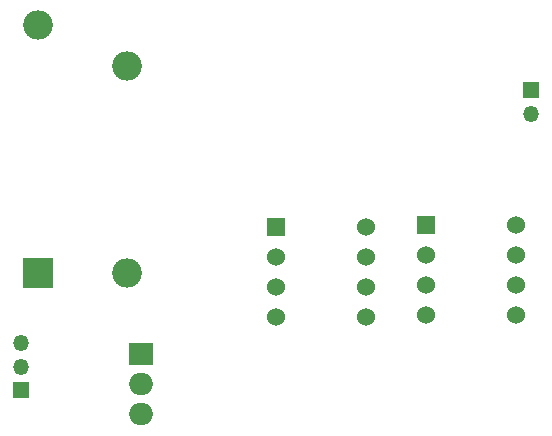
<source format=gbr>
%TF.GenerationSoftware,KiCad,Pcbnew,6.0.2+dfsg-1*%
%TF.CreationDate,2023-03-19T16:54:37+01:00*%
%TF.ProjectId,recruitment,72656372-7569-4746-9d65-6e742e6b6963,rev?*%
%TF.SameCoordinates,Original*%
%TF.FileFunction,Soldermask,Bot*%
%TF.FilePolarity,Negative*%
%FSLAX46Y46*%
G04 Gerber Fmt 4.6, Leading zero omitted, Abs format (unit mm)*
G04 Created by KiCad (PCBNEW 6.0.2+dfsg-1) date 2023-03-19 16:54:37*
%MOMM*%
%LPD*%
G01*
G04 APERTURE LIST*
%ADD10R,1.350000X1.350000*%
%ADD11O,1.350000X1.350000*%
%ADD12R,1.524000X1.524000*%
%ADD13C,1.524000*%
%ADD14R,2.000000X1.905000*%
%ADD15O,2.000000X1.905000*%
%ADD16R,2.500000X2.500000*%
%ADD17O,2.500000X2.500000*%
G04 APERTURE END LIST*
D10*
%TO.C,LoadConnect1*%
X154940000Y-83820000D03*
D11*
X154940000Y-85820000D03*
%TD*%
D10*
%TO.C,SupplyConnect1*%
X111760000Y-109220000D03*
D11*
X111760000Y-107220000D03*
X111760000Y-105220000D03*
%TD*%
D12*
%TO.C,multiplier1*%
X146050000Y-95250000D03*
D13*
X146050000Y-97790000D03*
X146050000Y-100330000D03*
X146050000Y-102870000D03*
X153670000Y-102870000D03*
X153670000Y-100330000D03*
X153670000Y-97790000D03*
X153670000Y-95250000D03*
%TD*%
D14*
%TO.C,regolator1*%
X121920000Y-106181300D03*
D15*
X121920000Y-108721300D03*
X121920000Y-111261300D03*
%TD*%
D12*
%TO.C,Comparator1*%
X133350000Y-95419500D03*
D13*
X133350000Y-97959500D03*
X133350000Y-100499500D03*
X133350000Y-103039500D03*
X140970000Y-103039500D03*
X140970000Y-100499500D03*
X140970000Y-97959500D03*
X140970000Y-95419500D03*
%TD*%
D16*
%TO.C,Relay1*%
X113182500Y-99307500D03*
D17*
X113182500Y-78307500D03*
X120682500Y-81807500D03*
X120682500Y-99307500D03*
%TD*%
M02*

</source>
